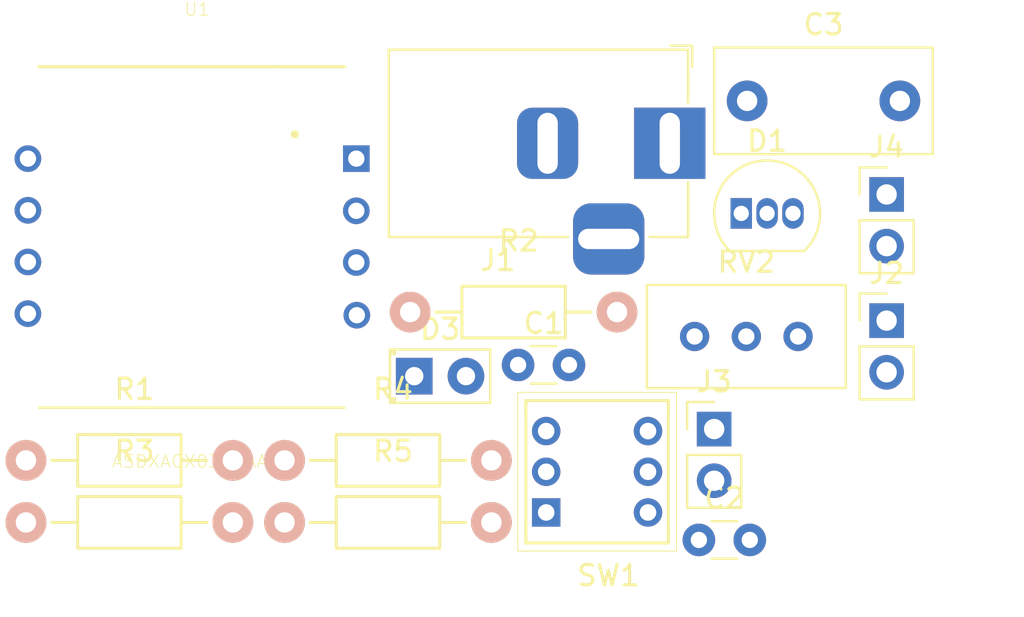
<source format=kicad_pcb>
(kicad_pcb (version 20171130) (host pcbnew 5.0.2-bee76a0~70~ubuntu16.04.1)

  (general
    (thickness 1.6)
    (drawings 0)
    (tracks 0)
    (zones 0)
    (modules 17)
    (nets 18)
  )

  (page A4)
  (layers
    (0 F.Cu signal)
    (31 B.Cu signal)
    (32 B.Adhes user)
    (33 F.Adhes user)
    (34 B.Paste user)
    (35 F.Paste user)
    (36 B.SilkS user)
    (37 F.SilkS user)
    (38 B.Mask user)
    (39 F.Mask user)
    (40 Dwgs.User user)
    (41 Cmts.User user)
    (42 Eco1.User user)
    (43 Eco2.User user)
    (44 Edge.Cuts user)
    (45 Margin user)
    (46 B.CrtYd user)
    (47 F.CrtYd user)
    (48 B.Fab user)
    (49 F.Fab user)
  )

  (setup
    (last_trace_width 0.25)
    (trace_clearance 0.2)
    (zone_clearance 0.508)
    (zone_45_only no)
    (trace_min 0.2)
    (segment_width 0.2)
    (edge_width 0.15)
    (via_size 0.8)
    (via_drill 0.4)
    (via_min_size 0.4)
    (via_min_drill 0.3)
    (uvia_size 0.3)
    (uvia_drill 0.1)
    (uvias_allowed no)
    (uvia_min_size 0.2)
    (uvia_min_drill 0.1)
    (pcb_text_width 0.3)
    (pcb_text_size 1.5 1.5)
    (mod_edge_width 0.15)
    (mod_text_size 1 1)
    (mod_text_width 0.15)
    (pad_size 1.524 1.524)
    (pad_drill 0.762)
    (pad_to_mask_clearance 0.051)
    (solder_mask_min_width 0.25)
    (aux_axis_origin 0 0)
    (visible_elements FFFFFF7F)
    (pcbplotparams
      (layerselection 0x010fc_ffffffff)
      (usegerberextensions false)
      (usegerberattributes false)
      (usegerberadvancedattributes false)
      (creategerberjobfile false)
      (excludeedgelayer true)
      (linewidth 0.100000)
      (plotframeref false)
      (viasonmask false)
      (mode 1)
      (useauxorigin false)
      (hpglpennumber 1)
      (hpglpenspeed 20)
      (hpglpendiameter 15.000000)
      (psnegative false)
      (psa4output false)
      (plotreference true)
      (plotvalue true)
      (plotinvisibletext false)
      (padsonsilk false)
      (subtractmaskfromsilk false)
      (outputformat 1)
      (mirror false)
      (drillshape 1)
      (scaleselection 1)
      (outputdirectory ""))
  )

  (net 0 "")
  (net 1 GND)
  (net 2 VCC)
  (net 3 "Net-(C3-Pad1)")
  (net 4 "Net-(D1-Pad1)")
  (net 5 "Net-(D3-Pad2)")
  (net 6 "Net-(J4-Pad1)")
  (net 7 "Net-(R1-Pad2)")
  (net 8 "Net-(R3-Pad2)")
  (net 9 "Net-(R4-Pad1)")
  (net 10 "Net-(SW1-Pad4)")
  (net 11 "Net-(J1-PadPWR)")
  (net 12 "Net-(SW1-Pad1)")
  (net 13 "Net-(U1-Pad4)")
  (net 14 "Net-(U1-Pad5)")
  (net 15 "Net-(U1-Pad8)")
  (net 16 "Net-(U1-Pad6)")
  (net 17 "Net-(U1-Pad7)")

  (net_class Default "This is the default net class."
    (clearance 0.2)
    (trace_width 0.25)
    (via_dia 0.8)
    (via_drill 0.4)
    (uvia_dia 0.3)
    (uvia_drill 0.1)
    (add_net GND)
    (add_net "Net-(C3-Pad1)")
    (add_net "Net-(D1-Pad1)")
    (add_net "Net-(D3-Pad2)")
    (add_net "Net-(J1-PadPWR)")
    (add_net "Net-(J4-Pad1)")
    (add_net "Net-(R1-Pad2)")
    (add_net "Net-(R3-Pad2)")
    (add_net "Net-(R4-Pad1)")
    (add_net "Net-(SW1-Pad1)")
    (add_net "Net-(SW1-Pad4)")
    (add_net "Net-(U1-Pad4)")
    (add_net "Net-(U1-Pad5)")
    (add_net "Net-(U1-Pad6)")
    (add_net "Net-(U1-Pad7)")
    (add_net "Net-(U1-Pad8)")
    (add_net VCC)
  )

  (module Footprints:C_Disc_D3.0mm_W1.6mm_P2.50mm (layer F.Cu) (tedit 5AE50EF0) (tstamp 5CAC2E93)
    (at 144.952001 115.196001)
    (descr "C, Disc series, Radial, pin pitch=2.50mm, , diameter*width=3.0*1.6mm^2, Capacitor, http://www.vishay.com/docs/45233/krseries.pdf")
    (tags "C Disc series Radial pin pitch 2.50mm  diameter 3.0mm width 1.6mm Capacitor")
    (path /5C9C9D8F)
    (fp_text reference C1 (at 1.25 -2.05) (layer F.SilkS)
      (effects (font (size 1 1) (thickness 0.15)))
    )
    (fp_text value C_Small (at 1.25 2.05) (layer F.Fab)
      (effects (font (size 1 1) (thickness 0.15)))
    )
    (fp_text user %R (at 1.25 0) (layer F.Fab)
      (effects (font (size 0.6 0.6) (thickness 0.09)))
    )
    (fp_line (start 3.55 -1.05) (end -1.05 -1.05) (layer F.CrtYd) (width 0.05))
    (fp_line (start 3.55 1.05) (end 3.55 -1.05) (layer F.CrtYd) (width 0.05))
    (fp_line (start -1.05 1.05) (end 3.55 1.05) (layer F.CrtYd) (width 0.05))
    (fp_line (start -1.05 -1.05) (end -1.05 1.05) (layer F.CrtYd) (width 0.05))
    (fp_line (start 0.621 0.92) (end 1.879 0.92) (layer F.SilkS) (width 0.12))
    (fp_line (start 0.621 -0.92) (end 1.879 -0.92) (layer F.SilkS) (width 0.12))
    (fp_line (start 2.75 -0.8) (end -0.25 -0.8) (layer F.Fab) (width 0.1))
    (fp_line (start 2.75 0.8) (end 2.75 -0.8) (layer F.Fab) (width 0.1))
    (fp_line (start -0.25 0.8) (end 2.75 0.8) (layer F.Fab) (width 0.1))
    (fp_line (start -0.25 -0.8) (end -0.25 0.8) (layer F.Fab) (width 0.1))
    (pad 2 thru_hole circle (at 2.5 0) (size 1.6 1.6) (drill 0.8) (layers *.Cu *.Mask)
      (net 1 GND))
    (pad 1 thru_hole circle (at 0 0) (size 1.6 1.6) (drill 0.8) (layers *.Cu *.Mask)
      (net 2 VCC))
    (model ${KISYS3DMOD}/Capacitor_THT.3dshapes/C_Disc_D3.0mm_W1.6mm_P2.50mm.wrl
      (at (xyz 0 0 0))
      (scale (xyz 1 1 1))
      (rotate (xyz 0 0 0))
    )
  )

  (module Footprints:C_Disc_D3.0mm_W1.6mm_P2.50mm (layer F.Cu) (tedit 5AE50EF0) (tstamp 5CAC2EA4)
    (at 153.832001 123.796001)
    (descr "C, Disc series, Radial, pin pitch=2.50mm, , diameter*width=3.0*1.6mm^2, Capacitor, http://www.vishay.com/docs/45233/krseries.pdf")
    (tags "C Disc series Radial pin pitch 2.50mm  diameter 3.0mm width 1.6mm Capacitor")
    (path /5C9C9E01)
    (fp_text reference C2 (at 1.25 -2.05) (layer F.SilkS)
      (effects (font (size 1 1) (thickness 0.15)))
    )
    (fp_text value C_Small (at 1.25 2.05) (layer F.Fab)
      (effects (font (size 1 1) (thickness 0.15)))
    )
    (fp_line (start -0.25 -0.8) (end -0.25 0.8) (layer F.Fab) (width 0.1))
    (fp_line (start -0.25 0.8) (end 2.75 0.8) (layer F.Fab) (width 0.1))
    (fp_line (start 2.75 0.8) (end 2.75 -0.8) (layer F.Fab) (width 0.1))
    (fp_line (start 2.75 -0.8) (end -0.25 -0.8) (layer F.Fab) (width 0.1))
    (fp_line (start 0.621 -0.92) (end 1.879 -0.92) (layer F.SilkS) (width 0.12))
    (fp_line (start 0.621 0.92) (end 1.879 0.92) (layer F.SilkS) (width 0.12))
    (fp_line (start -1.05 -1.05) (end -1.05 1.05) (layer F.CrtYd) (width 0.05))
    (fp_line (start -1.05 1.05) (end 3.55 1.05) (layer F.CrtYd) (width 0.05))
    (fp_line (start 3.55 1.05) (end 3.55 -1.05) (layer F.CrtYd) (width 0.05))
    (fp_line (start 3.55 -1.05) (end -1.05 -1.05) (layer F.CrtYd) (width 0.05))
    (fp_text user %R (at 1.25 0) (layer F.Fab)
      (effects (font (size 0.6 0.6) (thickness 0.09)))
    )
    (pad 1 thru_hole circle (at 0 0) (size 1.6 1.6) (drill 0.8) (layers *.Cu *.Mask)
      (net 2 VCC))
    (pad 2 thru_hole circle (at 2.5 0) (size 1.6 1.6) (drill 0.8) (layers *.Cu *.Mask)
      (net 1 GND))
    (model ${KISYS3DMOD}/Capacitor_THT.3dshapes/C_Disc_D3.0mm_W1.6mm_P2.50mm.wrl
      (at (xyz 0 0 0))
      (scale (xyz 1 1 1))
      (rotate (xyz 0 0 0))
    )
  )

  (module Footprints:C_Disc_D10.5mm_W5.0mm_P7.50mm (layer F.Cu) (tedit 5AE50EF0) (tstamp 5CAC2EB7)
    (at 156.202001 102.216001)
    (descr "C, Disc series, Radial, pin pitch=7.50mm, , diameter*width=10.5*5.0mm^2, Capacitor, http://www.vishay.com/docs/28535/vy2series.pdf")
    (tags "C Disc series Radial pin pitch 7.50mm  diameter 10.5mm width 5.0mm Capacitor")
    (path /5CA975BC)
    (fp_text reference C3 (at 3.75 -3.75) (layer F.SilkS)
      (effects (font (size 1 1) (thickness 0.15)))
    )
    (fp_text value 470u (at 3.75 3.75) (layer F.Fab)
      (effects (font (size 1 1) (thickness 0.15)))
    )
    (fp_line (start -1.5 -2.5) (end -1.5 2.5) (layer F.Fab) (width 0.1))
    (fp_line (start -1.5 2.5) (end 9 2.5) (layer F.Fab) (width 0.1))
    (fp_line (start 9 2.5) (end 9 -2.5) (layer F.Fab) (width 0.1))
    (fp_line (start 9 -2.5) (end -1.5 -2.5) (layer F.Fab) (width 0.1))
    (fp_line (start -1.62 -2.62) (end 9.12 -2.62) (layer F.SilkS) (width 0.12))
    (fp_line (start -1.62 2.62) (end 9.12 2.62) (layer F.SilkS) (width 0.12))
    (fp_line (start -1.62 -2.62) (end -1.62 2.62) (layer F.SilkS) (width 0.12))
    (fp_line (start 9.12 -2.62) (end 9.12 2.62) (layer F.SilkS) (width 0.12))
    (fp_line (start -1.75 -2.75) (end -1.75 2.75) (layer F.CrtYd) (width 0.05))
    (fp_line (start -1.75 2.75) (end 9.25 2.75) (layer F.CrtYd) (width 0.05))
    (fp_line (start 9.25 2.75) (end 9.25 -2.75) (layer F.CrtYd) (width 0.05))
    (fp_line (start 9.25 -2.75) (end -1.75 -2.75) (layer F.CrtYd) (width 0.05))
    (fp_text user %R (at 3.75 0) (layer F.Fab)
      (effects (font (size 1 1) (thickness 0.15)))
    )
    (pad 1 thru_hole circle (at 0 0) (size 2 2) (drill 1) (layers *.Cu *.Mask)
      (net 3 "Net-(C3-Pad1)"))
    (pad 2 thru_hole circle (at 7.5 0) (size 2 2) (drill 1) (layers *.Cu *.Mask)
      (net 1 GND))
    (model ${KISYS3DMOD}/Capacitor_THT.3dshapes/C_Disc_D10.5mm_W5.0mm_P7.50mm.wrl
      (at (xyz 0 0 0))
      (scale (xyz 1 1 1))
      (rotate (xyz 0 0 0))
    )
  )

  (module Footprints:TO-92_Inline (layer F.Cu) (tedit 5A1DD157) (tstamp 5CAC2EC9)
    (at 155.912001 107.746001)
    (descr "TO-92 leads in-line, narrow, oval pads, drill 0.75mm (see NXP sot054_po.pdf)")
    (tags "to-92 sc-43 sc-43a sot54 PA33 transistor")
    (path /5C9C7E77)
    (fp_text reference D1 (at 1.27 -3.56) (layer F.SilkS)
      (effects (font (size 1 1) (thickness 0.15)))
    )
    (fp_text value TL431LP (at 1.27 2.79) (layer F.Fab)
      (effects (font (size 1 1) (thickness 0.15)))
    )
    (fp_text user %R (at 1.27 -3.56) (layer F.Fab)
      (effects (font (size 1 1) (thickness 0.15)))
    )
    (fp_line (start -0.53 1.85) (end 3.07 1.85) (layer F.SilkS) (width 0.12))
    (fp_line (start -0.5 1.75) (end 3 1.75) (layer F.Fab) (width 0.1))
    (fp_line (start -1.46 -2.73) (end 4 -2.73) (layer F.CrtYd) (width 0.05))
    (fp_line (start -1.46 -2.73) (end -1.46 2.01) (layer F.CrtYd) (width 0.05))
    (fp_line (start 4 2.01) (end 4 -2.73) (layer F.CrtYd) (width 0.05))
    (fp_line (start 4 2.01) (end -1.46 2.01) (layer F.CrtYd) (width 0.05))
    (fp_arc (start 1.27 0) (end 1.27 -2.48) (angle 135) (layer F.Fab) (width 0.1))
    (fp_arc (start 1.27 0) (end 1.27 -2.6) (angle -135) (layer F.SilkS) (width 0.12))
    (fp_arc (start 1.27 0) (end 1.27 -2.48) (angle -135) (layer F.Fab) (width 0.1))
    (fp_arc (start 1.27 0) (end 1.27 -2.6) (angle 135) (layer F.SilkS) (width 0.12))
    (pad 2 thru_hole oval (at 1.27 0) (size 1.05 1.5) (drill 0.75) (layers *.Cu *.Mask)
      (net 1 GND))
    (pad 3 thru_hole oval (at 2.54 0) (size 1.05 1.5) (drill 0.75) (layers *.Cu *.Mask)
      (net 2 VCC))
    (pad 1 thru_hole rect (at 0 0) (size 1.05 1.5) (drill 0.75) (layers *.Cu *.Mask)
      (net 4 "Net-(D1-Pad1)"))
    (model ${KISYS3DMOD}/Package_TO_SOT_THT.3dshapes/TO-92_Inline.wrl
      (at (xyz 0 0 0))
      (scale (xyz 1 1 1))
      (rotate (xyz 0 0 0))
    )
  )

  (module Footprints:LED_D2.0mm_W4.8mm_H2.5mm_FlatTop (layer F.Cu) (tedit 5880A862) (tstamp 5CAC2EE0)
    (at 139.852001 115.746001)
    (descr "LED, Round, FlatTop,  Rectangular size 4.8x2.5mm^2 diameter 2.0mm, 2 pins, http://www.kingbright.com/attachments/file/psearch/000/00/00/L-13GD(Ver.11B).pdf")
    (tags "LED Round FlatTop  Rectangular size 4.8x2.5mm^2 diameter 2.0mm 2 pins")
    (path /5CA921F0)
    (fp_text reference D3 (at 1.27 -2.31) (layer F.SilkS)
      (effects (font (size 1 1) (thickness 0.15)))
    )
    (fp_text value LED_Small (at 1.27 2.31) (layer F.Fab)
      (effects (font (size 1 1) (thickness 0.15)))
    )
    (fp_circle (center 1.27 0) (end 2.27 0) (layer F.Fab) (width 0.1))
    (fp_line (start -1.13 -1.25) (end -1.13 1.25) (layer F.Fab) (width 0.1))
    (fp_line (start -1.13 1.25) (end 3.67 1.25) (layer F.Fab) (width 0.1))
    (fp_line (start 3.67 1.25) (end 3.67 -1.25) (layer F.Fab) (width 0.1))
    (fp_line (start 3.67 -1.25) (end -1.13 -1.25) (layer F.Fab) (width 0.1))
    (fp_line (start -1.19 -1.31) (end 3.73 -1.31) (layer F.SilkS) (width 0.12))
    (fp_line (start -1.19 1.31) (end 3.73 1.31) (layer F.SilkS) (width 0.12))
    (fp_line (start -1.19 -1.31) (end -1.19 1.31) (layer F.SilkS) (width 0.12))
    (fp_line (start 3.73 -1.31) (end 3.73 1.31) (layer F.SilkS) (width 0.12))
    (fp_line (start -1.07 -1.31) (end -1.07 -1.08) (layer F.SilkS) (width 0.12))
    (fp_line (start -1.07 1.08) (end -1.07 1.31) (layer F.SilkS) (width 0.12))
    (fp_line (start -0.95 -1.31) (end -0.95 -1.08) (layer F.SilkS) (width 0.12))
    (fp_line (start -0.95 1.08) (end -0.95 1.31) (layer F.SilkS) (width 0.12))
    (fp_line (start -1.45 -1.6) (end -1.45 1.6) (layer F.CrtYd) (width 0.05))
    (fp_line (start -1.45 1.6) (end 4 1.6) (layer F.CrtYd) (width 0.05))
    (fp_line (start 4 1.6) (end 4 -1.6) (layer F.CrtYd) (width 0.05))
    (fp_line (start 4 -1.6) (end -1.45 -1.6) (layer F.CrtYd) (width 0.05))
    (pad 1 thru_hole rect (at 0 0) (size 1.8 1.8) (drill 0.9) (layers *.Cu *.Mask)
      (net 1 GND))
    (pad 2 thru_hole circle (at 2.54 0) (size 1.8 1.8) (drill 0.9) (layers *.Cu *.Mask)
      (net 5 "Net-(D3-Pad2)"))
    (model ${KISYS3DMOD}/LED_THT.3dshapes/LED_D2.0mm_W4.8mm_H2.5mm_FlatTop.wrl
      (at (xyz 0 0 0))
      (scale (xyz 1 1 1))
      (rotate (xyz 0 0 0))
    )
  )

  (module Footprints:BarrelJack_Horizontal (layer F.Cu) (tedit 5A1DBF6A) (tstamp 5CAC2F03)
    (at 152.402001 104.301001)
    (descr "DC Barrel Jack")
    (tags "Power Jack")
    (path /5CA927BA)
    (fp_text reference J1 (at -8.45 5.75) (layer F.SilkS)
      (effects (font (size 1 1) (thickness 0.15)))
    )
    (fp_text value POWER_JACK (at -6.2 -5.5) (layer F.Fab)
      (effects (font (size 1 1) (thickness 0.15)))
    )
    (fp_text user %R (at -3 -2.95) (layer F.Fab)
      (effects (font (size 1 1) (thickness 0.15)))
    )
    (fp_line (start -0.003213 -4.505425) (end 0.8 -3.75) (layer F.Fab) (width 0.1))
    (fp_line (start 1.1 -3.75) (end 1.1 -4.8) (layer F.SilkS) (width 0.12))
    (fp_line (start 0.05 -4.8) (end 1.1 -4.8) (layer F.SilkS) (width 0.12))
    (fp_line (start 1 -4.5) (end 1 -4.75) (layer F.CrtYd) (width 0.05))
    (fp_line (start 1 -4.75) (end -14 -4.75) (layer F.CrtYd) (width 0.05))
    (fp_line (start 1 -4.5) (end 1 -2) (layer F.CrtYd) (width 0.05))
    (fp_line (start 1 -2) (end 2 -2) (layer F.CrtYd) (width 0.05))
    (fp_line (start 2 -2) (end 2 2) (layer F.CrtYd) (width 0.05))
    (fp_line (start 2 2) (end 1 2) (layer F.CrtYd) (width 0.05))
    (fp_line (start 1 2) (end 1 4.75) (layer F.CrtYd) (width 0.05))
    (fp_line (start 1 4.75) (end -1 4.75) (layer F.CrtYd) (width 0.05))
    (fp_line (start -1 4.75) (end -1 6.75) (layer F.CrtYd) (width 0.05))
    (fp_line (start -1 6.75) (end -5 6.75) (layer F.CrtYd) (width 0.05))
    (fp_line (start -5 6.75) (end -5 4.75) (layer F.CrtYd) (width 0.05))
    (fp_line (start -5 4.75) (end -14 4.75) (layer F.CrtYd) (width 0.05))
    (fp_line (start -14 4.75) (end -14 -4.75) (layer F.CrtYd) (width 0.05))
    (fp_line (start -5 4.6) (end -13.8 4.6) (layer F.SilkS) (width 0.12))
    (fp_line (start -13.8 4.6) (end -13.8 -4.6) (layer F.SilkS) (width 0.12))
    (fp_line (start 0.9 1.9) (end 0.9 4.6) (layer F.SilkS) (width 0.12))
    (fp_line (start 0.9 4.6) (end -1 4.6) (layer F.SilkS) (width 0.12))
    (fp_line (start -13.8 -4.6) (end 0.9 -4.6) (layer F.SilkS) (width 0.12))
    (fp_line (start 0.9 -4.6) (end 0.9 -2) (layer F.SilkS) (width 0.12))
    (fp_line (start -10.2 -4.5) (end -10.2 4.5) (layer F.Fab) (width 0.1))
    (fp_line (start -13.7 -4.5) (end -13.7 4.5) (layer F.Fab) (width 0.1))
    (fp_line (start -13.7 4.5) (end 0.8 4.5) (layer F.Fab) (width 0.1))
    (fp_line (start 0.8 4.5) (end 0.8 -3.75) (layer F.Fab) (width 0.1))
    (fp_line (start 0 -4.5) (end -13.7 -4.5) (layer F.Fab) (width 0.1))
    (pad 1 thru_hole rect (at 0 0) (size 3.5 3.5) (drill oval 1 3) (layers *.Cu *.Mask))
    (pad 2 thru_hole roundrect (at -6 0) (size 3 3.5) (drill oval 1 3) (layers *.Cu *.Mask) (roundrect_rratio 0.25))
    (pad 3 thru_hole roundrect (at -3 4.7) (size 3.5 3.5) (drill oval 3 1) (layers *.Cu *.Mask) (roundrect_rratio 0.25))
    (model ${KISYS3DMOD}/Connector_BarrelJack.3dshapes/BarrelJack_Horizontal.wrl
      (at (xyz 0 0 0))
      (scale (xyz 1 1 1))
      (rotate (xyz 0 0 0))
    )
  )

  (module Footprints:PinHeader_1x02_P2.54mm_Vertical (layer F.Cu) (tedit 59FED5CC) (tstamp 5CAC2F19)
    (at 163.052001 113.016001)
    (descr "Through hole straight pin header, 1x02, 2.54mm pitch, single row")
    (tags "Through hole pin header THT 1x02 2.54mm single row")
    (path /5C9CE6EF)
    (fp_text reference J2 (at 0 -2.33) (layer F.SilkS)
      (effects (font (size 1 1) (thickness 0.15)))
    )
    (fp_text value Conn_01x02_Male (at 0 4.87) (layer F.Fab)
      (effects (font (size 1 1) (thickness 0.15)))
    )
    (fp_line (start -0.635 -1.27) (end 1.27 -1.27) (layer F.Fab) (width 0.1))
    (fp_line (start 1.27 -1.27) (end 1.27 3.81) (layer F.Fab) (width 0.1))
    (fp_line (start 1.27 3.81) (end -1.27 3.81) (layer F.Fab) (width 0.1))
    (fp_line (start -1.27 3.81) (end -1.27 -0.635) (layer F.Fab) (width 0.1))
    (fp_line (start -1.27 -0.635) (end -0.635 -1.27) (layer F.Fab) (width 0.1))
    (fp_line (start -1.33 3.87) (end 1.33 3.87) (layer F.SilkS) (width 0.12))
    (fp_line (start -1.33 1.27) (end -1.33 3.87) (layer F.SilkS) (width 0.12))
    (fp_line (start 1.33 1.27) (end 1.33 3.87) (layer F.SilkS) (width 0.12))
    (fp_line (start -1.33 1.27) (end 1.33 1.27) (layer F.SilkS) (width 0.12))
    (fp_line (start -1.33 0) (end -1.33 -1.33) (layer F.SilkS) (width 0.12))
    (fp_line (start -1.33 -1.33) (end 0 -1.33) (layer F.SilkS) (width 0.12))
    (fp_line (start -1.8 -1.8) (end -1.8 4.35) (layer F.CrtYd) (width 0.05))
    (fp_line (start -1.8 4.35) (end 1.8 4.35) (layer F.CrtYd) (width 0.05))
    (fp_line (start 1.8 4.35) (end 1.8 -1.8) (layer F.CrtYd) (width 0.05))
    (fp_line (start 1.8 -1.8) (end -1.8 -1.8) (layer F.CrtYd) (width 0.05))
    (fp_text user %R (at 0 1.27 90) (layer F.Fab)
      (effects (font (size 1 1) (thickness 0.15)))
    )
    (pad 1 thru_hole rect (at 0 0) (size 1.7 1.7) (drill 1) (layers *.Cu *.Mask)
      (net 3 "Net-(C3-Pad1)"))
    (pad 2 thru_hole oval (at 0 2.54) (size 1.7 1.7) (drill 1) (layers *.Cu *.Mask)
      (net 1 GND))
    (model ${KISYS3DMOD}/Connector_PinHeader_2.54mm.3dshapes/PinHeader_1x02_P2.54mm_Vertical.wrl
      (at (xyz 0 0 0))
      (scale (xyz 1 1 1))
      (rotate (xyz 0 0 0))
    )
  )

  (module Footprints:PinHeader_1x02_P2.54mm_Vertical (layer F.Cu) (tedit 59FED5CC) (tstamp 5CAC2F2F)
    (at 154.582001 118.346001)
    (descr "Through hole straight pin header, 1x02, 2.54mm pitch, single row")
    (tags "Through hole pin header THT 1x02 2.54mm single row")
    (path /5CAA8B94)
    (fp_text reference J3 (at 0 -2.33) (layer F.SilkS)
      (effects (font (size 1 1) (thickness 0.15)))
    )
    (fp_text value Conn_01x02_Male (at 0 4.87) (layer F.Fab)
      (effects (font (size 1 1) (thickness 0.15)))
    )
    (fp_text user %R (at 0 1.27 90) (layer F.Fab)
      (effects (font (size 1 1) (thickness 0.15)))
    )
    (fp_line (start 1.8 -1.8) (end -1.8 -1.8) (layer F.CrtYd) (width 0.05))
    (fp_line (start 1.8 4.35) (end 1.8 -1.8) (layer F.CrtYd) (width 0.05))
    (fp_line (start -1.8 4.35) (end 1.8 4.35) (layer F.CrtYd) (width 0.05))
    (fp_line (start -1.8 -1.8) (end -1.8 4.35) (layer F.CrtYd) (width 0.05))
    (fp_line (start -1.33 -1.33) (end 0 -1.33) (layer F.SilkS) (width 0.12))
    (fp_line (start -1.33 0) (end -1.33 -1.33) (layer F.SilkS) (width 0.12))
    (fp_line (start -1.33 1.27) (end 1.33 1.27) (layer F.SilkS) (width 0.12))
    (fp_line (start 1.33 1.27) (end 1.33 3.87) (layer F.SilkS) (width 0.12))
    (fp_line (start -1.33 1.27) (end -1.33 3.87) (layer F.SilkS) (width 0.12))
    (fp_line (start -1.33 3.87) (end 1.33 3.87) (layer F.SilkS) (width 0.12))
    (fp_line (start -1.27 -0.635) (end -0.635 -1.27) (layer F.Fab) (width 0.1))
    (fp_line (start -1.27 3.81) (end -1.27 -0.635) (layer F.Fab) (width 0.1))
    (fp_line (start 1.27 3.81) (end -1.27 3.81) (layer F.Fab) (width 0.1))
    (fp_line (start 1.27 -1.27) (end 1.27 3.81) (layer F.Fab) (width 0.1))
    (fp_line (start -0.635 -1.27) (end 1.27 -1.27) (layer F.Fab) (width 0.1))
    (pad 2 thru_hole oval (at 0 2.54) (size 1.7 1.7) (drill 1) (layers *.Cu *.Mask)
      (net 1 GND))
    (pad 1 thru_hole rect (at 0 0) (size 1.7 1.7) (drill 1) (layers *.Cu *.Mask)
      (net 2 VCC))
    (model ${KISYS3DMOD}/Connector_PinHeader_2.54mm.3dshapes/PinHeader_1x02_P2.54mm_Vertical.wrl
      (at (xyz 0 0 0))
      (scale (xyz 1 1 1))
      (rotate (xyz 0 0 0))
    )
  )

  (module Footprints:PinHeader_1x02_P2.54mm_Vertical (layer F.Cu) (tedit 59FED5CC) (tstamp 5CAC2F45)
    (at 163.052001 106.816001)
    (descr "Through hole straight pin header, 1x02, 2.54mm pitch, single row")
    (tags "Through hole pin header THT 1x02 2.54mm single row")
    (path /5CAC3E58)
    (fp_text reference J4 (at 0 -2.33) (layer F.SilkS)
      (effects (font (size 1 1) (thickness 0.15)))
    )
    (fp_text value Conn_01x02_Male (at 0 4.87) (layer F.Fab)
      (effects (font (size 1 1) (thickness 0.15)))
    )
    (fp_line (start -0.635 -1.27) (end 1.27 -1.27) (layer F.Fab) (width 0.1))
    (fp_line (start 1.27 -1.27) (end 1.27 3.81) (layer F.Fab) (width 0.1))
    (fp_line (start 1.27 3.81) (end -1.27 3.81) (layer F.Fab) (width 0.1))
    (fp_line (start -1.27 3.81) (end -1.27 -0.635) (layer F.Fab) (width 0.1))
    (fp_line (start -1.27 -0.635) (end -0.635 -1.27) (layer F.Fab) (width 0.1))
    (fp_line (start -1.33 3.87) (end 1.33 3.87) (layer F.SilkS) (width 0.12))
    (fp_line (start -1.33 1.27) (end -1.33 3.87) (layer F.SilkS) (width 0.12))
    (fp_line (start 1.33 1.27) (end 1.33 3.87) (layer F.SilkS) (width 0.12))
    (fp_line (start -1.33 1.27) (end 1.33 1.27) (layer F.SilkS) (width 0.12))
    (fp_line (start -1.33 0) (end -1.33 -1.33) (layer F.SilkS) (width 0.12))
    (fp_line (start -1.33 -1.33) (end 0 -1.33) (layer F.SilkS) (width 0.12))
    (fp_line (start -1.8 -1.8) (end -1.8 4.35) (layer F.CrtYd) (width 0.05))
    (fp_line (start -1.8 4.35) (end 1.8 4.35) (layer F.CrtYd) (width 0.05))
    (fp_line (start 1.8 4.35) (end 1.8 -1.8) (layer F.CrtYd) (width 0.05))
    (fp_line (start 1.8 -1.8) (end -1.8 -1.8) (layer F.CrtYd) (width 0.05))
    (fp_text user %R (at 0 1.27 90) (layer F.Fab)
      (effects (font (size 1 1) (thickness 0.15)))
    )
    (pad 1 thru_hole rect (at 0 0) (size 1.7 1.7) (drill 1) (layers *.Cu *.Mask)
      (net 6 "Net-(J4-Pad1)"))
    (pad 2 thru_hole oval (at 0 2.54) (size 1.7 1.7) (drill 1) (layers *.Cu *.Mask)
      (net 1 GND))
    (model ${KISYS3DMOD}/Connector_PinHeader_2.54mm.3dshapes/PinHeader_1x02_P2.54mm_Vertical.wrl
      (at (xyz 0 0 0))
      (scale (xyz 1 1 1))
      (rotate (xyz 0 0 0))
    )
  )

  (module Footprints:Resistor_Horizontal_RM10mm (layer F.Cu) (tedit 56648415) (tstamp 5CAC2F55)
    (at 120.782001 119.886001)
    (descr "Resistor, Axial,  RM 10mm, 1/3W")
    (tags "Resistor Axial RM 10mm 1/3W")
    (path /5C9C8396)
    (fp_text reference R1 (at 5.32892 -3.50012) (layer F.SilkS)
      (effects (font (size 1 1) (thickness 0.15)))
    )
    (fp_text value 330 (at 5.08 3.81) (layer F.Fab)
      (effects (font (size 1 1) (thickness 0.15)))
    )
    (fp_line (start -1.25 -1.5) (end 11.4 -1.5) (layer F.CrtYd) (width 0.05))
    (fp_line (start -1.25 1.5) (end -1.25 -1.5) (layer F.CrtYd) (width 0.05))
    (fp_line (start 11.4 -1.5) (end 11.4 1.5) (layer F.CrtYd) (width 0.05))
    (fp_line (start -1.25 1.5) (end 11.4 1.5) (layer F.CrtYd) (width 0.05))
    (fp_line (start 2.54 -1.27) (end 7.62 -1.27) (layer F.SilkS) (width 0.15))
    (fp_line (start 7.62 -1.27) (end 7.62 1.27) (layer F.SilkS) (width 0.15))
    (fp_line (start 7.62 1.27) (end 2.54 1.27) (layer F.SilkS) (width 0.15))
    (fp_line (start 2.54 1.27) (end 2.54 -1.27) (layer F.SilkS) (width 0.15))
    (fp_line (start 2.54 0) (end 1.27 0) (layer F.SilkS) (width 0.15))
    (fp_line (start 7.62 0) (end 8.89 0) (layer F.SilkS) (width 0.15))
    (pad 1 thru_hole circle (at 0 0) (size 1.99898 1.99898) (drill 1.00076) (layers *.Cu *.SilkS *.Mask)
      (net 2 VCC))
    (pad 2 thru_hole circle (at 10.16 0) (size 1.99898 1.99898) (drill 1.00076) (layers *.Cu *.SilkS *.Mask)
      (net 7 "Net-(R1-Pad2)"))
    (model Resistors_ThroughHole.3dshapes/Resistor_Horizontal_RM10mm.wrl
      (offset (xyz 5.079999923706055 0 0))
      (scale (xyz 0.4 0.4 0.4))
      (rotate (xyz 0 0 0))
    )
  )

  (module Footprints:Resistor_Horizontal_RM10mm (layer F.Cu) (tedit 56648415) (tstamp 5CAC2F65)
    (at 139.652001 112.596001)
    (descr "Resistor, Axial,  RM 10mm, 1/3W")
    (tags "Resistor Axial RM 10mm 1/3W")
    (path /5CA9BFB7)
    (fp_text reference R2 (at 5.32892 -3.50012) (layer F.SilkS)
      (effects (font (size 1 1) (thickness 0.15)))
    )
    (fp_text value 10K (at 5.08 3.81) (layer F.Fab)
      (effects (font (size 1 1) (thickness 0.15)))
    )
    (fp_line (start 7.62 0) (end 8.89 0) (layer F.SilkS) (width 0.15))
    (fp_line (start 2.54 0) (end 1.27 0) (layer F.SilkS) (width 0.15))
    (fp_line (start 2.54 1.27) (end 2.54 -1.27) (layer F.SilkS) (width 0.15))
    (fp_line (start 7.62 1.27) (end 2.54 1.27) (layer F.SilkS) (width 0.15))
    (fp_line (start 7.62 -1.27) (end 7.62 1.27) (layer F.SilkS) (width 0.15))
    (fp_line (start 2.54 -1.27) (end 7.62 -1.27) (layer F.SilkS) (width 0.15))
    (fp_line (start -1.25 1.5) (end 11.4 1.5) (layer F.CrtYd) (width 0.05))
    (fp_line (start 11.4 -1.5) (end 11.4 1.5) (layer F.CrtYd) (width 0.05))
    (fp_line (start -1.25 1.5) (end -1.25 -1.5) (layer F.CrtYd) (width 0.05))
    (fp_line (start -1.25 -1.5) (end 11.4 -1.5) (layer F.CrtYd) (width 0.05))
    (pad 2 thru_hole circle (at 10.16 0) (size 1.99898 1.99898) (drill 1.00076) (layers *.Cu *.SilkS *.Mask)
      (net 6 "Net-(J4-Pad1)"))
    (pad 1 thru_hole circle (at 0 0) (size 1.99898 1.99898) (drill 1.00076) (layers *.Cu *.SilkS *.Mask)
      (net 3 "Net-(C3-Pad1)"))
    (model Resistors_ThroughHole.3dshapes/Resistor_Horizontal_RM10mm.wrl
      (offset (xyz 5.079999923706055 0 0))
      (scale (xyz 0.4 0.4 0.4))
      (rotate (xyz 0 0 0))
    )
  )

  (module Footprints:Resistor_Horizontal_RM10mm (layer F.Cu) (tedit 56648415) (tstamp 5CAC2F75)
    (at 120.782001 122.936001)
    (descr "Resistor, Axial,  RM 10mm, 1/3W")
    (tags "Resistor Axial RM 10mm 1/3W")
    (path /5CA92265)
    (fp_text reference R3 (at 5.32892 -3.50012) (layer F.SilkS)
      (effects (font (size 1 1) (thickness 0.15)))
    )
    (fp_text value 560 (at 5.08 3.81) (layer F.Fab)
      (effects (font (size 1 1) (thickness 0.15)))
    )
    (fp_line (start -1.25 -1.5) (end 11.4 -1.5) (layer F.CrtYd) (width 0.05))
    (fp_line (start -1.25 1.5) (end -1.25 -1.5) (layer F.CrtYd) (width 0.05))
    (fp_line (start 11.4 -1.5) (end 11.4 1.5) (layer F.CrtYd) (width 0.05))
    (fp_line (start -1.25 1.5) (end 11.4 1.5) (layer F.CrtYd) (width 0.05))
    (fp_line (start 2.54 -1.27) (end 7.62 -1.27) (layer F.SilkS) (width 0.15))
    (fp_line (start 7.62 -1.27) (end 7.62 1.27) (layer F.SilkS) (width 0.15))
    (fp_line (start 7.62 1.27) (end 2.54 1.27) (layer F.SilkS) (width 0.15))
    (fp_line (start 2.54 1.27) (end 2.54 -1.27) (layer F.SilkS) (width 0.15))
    (fp_line (start 2.54 0) (end 1.27 0) (layer F.SilkS) (width 0.15))
    (fp_line (start 7.62 0) (end 8.89 0) (layer F.SilkS) (width 0.15))
    (pad 1 thru_hole circle (at 0 0) (size 1.99898 1.99898) (drill 1.00076) (layers *.Cu *.SilkS *.Mask)
      (net 5 "Net-(D3-Pad2)"))
    (pad 2 thru_hole circle (at 10.16 0) (size 1.99898 1.99898) (drill 1.00076) (layers *.Cu *.SilkS *.Mask)
      (net 8 "Net-(R3-Pad2)"))
    (model Resistors_ThroughHole.3dshapes/Resistor_Horizontal_RM10mm.wrl
      (offset (xyz 5.079999923706055 0 0))
      (scale (xyz 0.4 0.4 0.4))
      (rotate (xyz 0 0 0))
    )
  )

  (module Footprints:Resistor_Horizontal_RM10mm (layer F.Cu) (tedit 56648415) (tstamp 5CAC2F85)
    (at 133.482001 119.886001)
    (descr "Resistor, Axial,  RM 10mm, 1/3W")
    (tags "Resistor Axial RM 10mm 1/3W")
    (path /5CA9B431)
    (fp_text reference R4 (at 5.32892 -3.50012) (layer F.SilkS)
      (effects (font (size 1 1) (thickness 0.15)))
    )
    (fp_text value 10K (at 5.08 3.81) (layer F.Fab)
      (effects (font (size 1 1) (thickness 0.15)))
    )
    (fp_line (start -1.25 -1.5) (end 11.4 -1.5) (layer F.CrtYd) (width 0.05))
    (fp_line (start -1.25 1.5) (end -1.25 -1.5) (layer F.CrtYd) (width 0.05))
    (fp_line (start 11.4 -1.5) (end 11.4 1.5) (layer F.CrtYd) (width 0.05))
    (fp_line (start -1.25 1.5) (end 11.4 1.5) (layer F.CrtYd) (width 0.05))
    (fp_line (start 2.54 -1.27) (end 7.62 -1.27) (layer F.SilkS) (width 0.15))
    (fp_line (start 7.62 -1.27) (end 7.62 1.27) (layer F.SilkS) (width 0.15))
    (fp_line (start 7.62 1.27) (end 2.54 1.27) (layer F.SilkS) (width 0.15))
    (fp_line (start 2.54 1.27) (end 2.54 -1.27) (layer F.SilkS) (width 0.15))
    (fp_line (start 2.54 0) (end 1.27 0) (layer F.SilkS) (width 0.15))
    (fp_line (start 7.62 0) (end 8.89 0) (layer F.SilkS) (width 0.15))
    (pad 1 thru_hole circle (at 0 0) (size 1.99898 1.99898) (drill 1.00076) (layers *.Cu *.SilkS *.Mask)
      (net 9 "Net-(R4-Pad1)"))
    (pad 2 thru_hole circle (at 10.16 0) (size 1.99898 1.99898) (drill 1.00076) (layers *.Cu *.SilkS *.Mask)
      (net 3 "Net-(C3-Pad1)"))
    (model Resistors_ThroughHole.3dshapes/Resistor_Horizontal_RM10mm.wrl
      (offset (xyz 5.079999923706055 0 0))
      (scale (xyz 0.4 0.4 0.4))
      (rotate (xyz 0 0 0))
    )
  )

  (module Footprints:Resistor_Horizontal_RM10mm (layer F.Cu) (tedit 56648415) (tstamp 5CAC2F95)
    (at 133.482001 122.936001)
    (descr "Resistor, Axial,  RM 10mm, 1/3W")
    (tags "Resistor Axial RM 10mm 1/3W")
    (path /5CA9C140)
    (fp_text reference R5 (at 5.32892 -3.50012) (layer F.SilkS)
      (effects (font (size 1 1) (thickness 0.15)))
    )
    (fp_text value 10K (at 5.08 3.81) (layer F.Fab)
      (effects (font (size 1 1) (thickness 0.15)))
    )
    (fp_line (start 7.62 0) (end 8.89 0) (layer F.SilkS) (width 0.15))
    (fp_line (start 2.54 0) (end 1.27 0) (layer F.SilkS) (width 0.15))
    (fp_line (start 2.54 1.27) (end 2.54 -1.27) (layer F.SilkS) (width 0.15))
    (fp_line (start 7.62 1.27) (end 2.54 1.27) (layer F.SilkS) (width 0.15))
    (fp_line (start 7.62 -1.27) (end 7.62 1.27) (layer F.SilkS) (width 0.15))
    (fp_line (start 2.54 -1.27) (end 7.62 -1.27) (layer F.SilkS) (width 0.15))
    (fp_line (start -1.25 1.5) (end 11.4 1.5) (layer F.CrtYd) (width 0.05))
    (fp_line (start 11.4 -1.5) (end 11.4 1.5) (layer F.CrtYd) (width 0.05))
    (fp_line (start -1.25 1.5) (end -1.25 -1.5) (layer F.CrtYd) (width 0.05))
    (fp_line (start -1.25 -1.5) (end 11.4 -1.5) (layer F.CrtYd) (width 0.05))
    (pad 2 thru_hole circle (at 10.16 0) (size 1.99898 1.99898) (drill 1.00076) (layers *.Cu *.SilkS *.Mask)
      (net 9 "Net-(R4-Pad1)"))
    (pad 1 thru_hole circle (at 0 0) (size 1.99898 1.99898) (drill 1.00076) (layers *.Cu *.SilkS *.Mask)
      (net 1 GND))
    (model Resistors_ThroughHole.3dshapes/Resistor_Horizontal_RM10mm.wrl
      (offset (xyz 5.079999923706055 0 0))
      (scale (xyz 0.4 0.4 0.4))
      (rotate (xyz 0 0 0))
    )
  )

  (module Footprints:Potentiometer_Bourns_3296W_Vertical (layer F.Cu) (tedit 5A3D4994) (tstamp 5CAC2FAC)
    (at 158.702001 113.796001)
    (descr "Potentiometer, vertical, Bourns 3296W, https://www.bourns.com/pdfs/3296.pdf")
    (tags "Potentiometer vertical Bourns 3296W")
    (path /5C9C8599)
    (fp_text reference RV2 (at -2.54 -3.66) (layer F.SilkS)
      (effects (font (size 1 1) (thickness 0.15)))
    )
    (fp_text value 10K (at -2.54 3.67) (layer F.Fab)
      (effects (font (size 1 1) (thickness 0.15)))
    )
    (fp_circle (center 0.955 1.15) (end 2.05 1.15) (layer F.Fab) (width 0.1))
    (fp_line (start -7.305 -2.41) (end -7.305 2.42) (layer F.Fab) (width 0.1))
    (fp_line (start -7.305 2.42) (end 2.225 2.42) (layer F.Fab) (width 0.1))
    (fp_line (start 2.225 2.42) (end 2.225 -2.41) (layer F.Fab) (width 0.1))
    (fp_line (start 2.225 -2.41) (end -7.305 -2.41) (layer F.Fab) (width 0.1))
    (fp_line (start 0.955 2.235) (end 0.956 0.066) (layer F.Fab) (width 0.1))
    (fp_line (start 0.955 2.235) (end 0.956 0.066) (layer F.Fab) (width 0.1))
    (fp_line (start -7.425 -2.53) (end 2.345 -2.53) (layer F.SilkS) (width 0.12))
    (fp_line (start -7.425 2.54) (end 2.345 2.54) (layer F.SilkS) (width 0.12))
    (fp_line (start -7.425 -2.53) (end -7.425 2.54) (layer F.SilkS) (width 0.12))
    (fp_line (start 2.345 -2.53) (end 2.345 2.54) (layer F.SilkS) (width 0.12))
    (fp_line (start -7.6 -2.7) (end -7.6 2.7) (layer F.CrtYd) (width 0.05))
    (fp_line (start -7.6 2.7) (end 2.5 2.7) (layer F.CrtYd) (width 0.05))
    (fp_line (start 2.5 2.7) (end 2.5 -2.7) (layer F.CrtYd) (width 0.05))
    (fp_line (start 2.5 -2.7) (end -7.6 -2.7) (layer F.CrtYd) (width 0.05))
    (fp_text user %R (at -3.175 0.005) (layer F.Fab)
      (effects (font (size 1 1) (thickness 0.15)))
    )
    (pad 1 thru_hole circle (at 0 0) (size 1.44 1.44) (drill 0.8) (layers *.Cu *.Mask)
      (net 2 VCC))
    (pad 2 thru_hole circle (at -2.54 0) (size 1.44 1.44) (drill 0.8) (layers *.Cu *.Mask)
      (net 4 "Net-(D1-Pad1)"))
    (pad 3 thru_hole circle (at -5.08 0) (size 1.44 1.44) (drill 0.8) (layers *.Cu *.Mask)
      (net 1 GND))
    (model ${KISYS3DMOD}/Potentiometer_THT.3dshapes/Potentiometer_Bourns_3296W_Vertical.wrl
      (at (xyz 0 0 0))
      (scale (xyz 1 1 1))
      (rotate (xyz 0 0 0))
    )
  )

  (module Footprints:TL2230 (layer F.Cu) (tedit 591F3B6B) (tstamp 5CAC2FC7)
    (at 146.832001 123.946001)
    (descr "DPDT Latching Mini Push Button Switch 7mmx7mm")
    (tags "SWITCH DEV TL2230EE TL2230OA TL2230")
    (path /5CA7F2AF)
    (fp_text reference SW1 (at 2.55 1.6) (layer F.SilkS)
      (effects (font (size 1 1) (thickness 0.15)))
    )
    (fp_text value TL2230OA (at 2 -8.5) (layer F.Fab)
      (effects (font (size 1 1) (thickness 0.15)))
    )
    (fp_line (start 5.9 -6.9) (end 5.9 -7.4) (layer F.SilkS) (width 0.05))
    (fp_line (start 5.9 -7.4) (end -1.9 -7.4) (layer F.SilkS) (width 0.05))
    (fp_line (start -1.9 -7.4) (end -1.9 -6.85) (layer F.SilkS) (width 0.05))
    (fp_line (start -1.9 0.4) (end 5.9 0.4) (layer F.SilkS) (width 0.05))
    (fp_line (start 5.9 0.4) (end 5.9 -0.2) (layer F.SilkS) (width 0.05))
    (fp_line (start -1.9 -0.2) (end -1.9 0.4) (layer F.SilkS) (width 0.05))
    (fp_line (start 5.5 -6.45) (end 5.5 -7) (layer F.SilkS) (width 0.15))
    (fp_line (start -1.5 0) (end -1.5 -1) (layer F.SilkS) (width 0.15))
    (fp_line (start 5.5 -7) (end -1.5 -7) (layer F.SilkS) (width 0.15))
    (fp_line (start -1.5 -7) (end -1.5 -6.25) (layer F.SilkS) (width 0.15))
    (fp_line (start -1.5 0) (end 5.5 0) (layer F.SilkS) (width 0.15))
    (fp_line (start 5.5 0) (end 5.5 -0.75) (layer F.SilkS) (width 0.15))
    (fp_line (start 5.9 -0.9) (end 5.9 -6.9) (layer F.SilkS) (width 0.05))
    (fp_line (start -1.9 -6.9) (end -1.9 -0.1) (layer F.SilkS) (width 0.05))
    (fp_line (start -1.5 -0.5) (end -1.5 -6.5) (layer F.SilkS) (width 0.15))
    (fp_line (start 5.9 -0.9) (end 5.9 -0.1) (layer F.SilkS) (width 0.05))
    (fp_line (start 5.5 -0.5) (end 5.5 -6.5) (layer F.SilkS) (width 0.15))
    (pad 4 thru_hole circle (at 4.5 -1.5) (size 1.397 1.397) (drill 0.8128) (layers *.Cu *.Mask)
      (net 10 "Net-(SW1-Pad4)"))
    (pad 5 thru_hole circle (at 4.5 -3.5 90) (size 1.397 1.397) (drill 0.8128) (layers *.Cu *.Mask)
      (net 11 "Net-(J1-PadPWR)"))
    (pad 6 thru_hole circle (at 4.5 -5.5 90) (size 1.397 1.397) (drill 0.8128) (layers *.Cu *.Mask)
      (net 8 "Net-(R3-Pad2)"))
    (pad 3 thru_hole circle (at -0.5 -5.5 90) (size 1.397 1.397) (drill 0.8128) (layers *.Cu *.Mask)
      (net 7 "Net-(R1-Pad2)"))
    (pad 2 thru_hole circle (at -0.5 -3.5 90) (size 1.397 1.397) (drill 0.8128) (layers *.Cu *.Mask)
      (net 11 "Net-(J1-PadPWR)"))
    (pad 1 thru_hole rect (at -0.5 -1.5) (size 1.397 1.397) (drill 0.8128) (layers *.Cu *.Mask)
      (net 12 "Net-(SW1-Pad1)"))
    (model ${MYLIB3DMOD}/e-switch.3dshapes/TL2230EE.wrl
      (offset (xyz -1.396999979019165 0.07619999885559083 0))
      (scale (xyz 0.393701 0.393701 0.393701))
      (rotate (xyz 0 0 0))
    )
  )

  (module Footprints:ASDXACX030PAAA5 (layer F.Cu) (tedit 5CAC2B13) (tstamp 5CAC2FDE)
    (at 129.209401 108.533801)
    (path /5C9C80E7)
    (fp_text reference U1 (at -0.0254 -10.8204) (layer F.SilkS)
      (effects (font (size 0.629921 0.629921) (thickness 0.05)))
    )
    (fp_text value ASDXACX030PAAA5 (at 0.1778 11.4046) (layer F.SilkS)
      (effects (font (size 0.629921 0.629921) (thickness 0.05)))
    )
    (fp_line (start -7.7978 -8.001) (end 3.9116 -8.001) (layer F.SilkS) (width 0.15))
    (fp_circle (center 4.7752 -4.6736) (end 4.8752 -4.6736) (layer F.SilkS) (width 0.2))
    (fp_circle (center 6.1214 -4.1656) (end 6.50727 -4.1656) (layer Eco2.User) (width 0.127))
    (fp_line (start 7.2136 8.763) (end -7.7978 8.763) (layer F.SilkS) (width 0.127))
    (fp_line (start 7.2136 -7.9756) (end 7.2136 8.7376) (layer Eco2.User) (width 0.127))
    (fp_line (start -7.7978 8.763) (end -7.7978 -8.001) (layer Eco2.User) (width 0.127))
    (fp_line (start -9.6774 -9.0678) (end -9.6774 9.8044) (layer Eco1.User) (width 0.05))
    (fp_line (start 9.1186 -9.0678) (end -9.6774 -9.0678) (layer Eco1.User) (width 0.05))
    (fp_line (start 9.144 9.8044) (end 9.1186 -9.0678) (layer Eco1.User) (width 0.05))
    (fp_line (start -9.652 9.8044) (end 9.144 9.8044) (layer Eco1.User) (width 0.05))
    (fp_line (start 3.9116 -8.001) (end 7.2136 -8.001) (layer F.SilkS) (width 0.15))
    (pad 2 thru_hole circle (at 7.7978 -0.9144) (size 1.308 1.308) (drill 0.8) (layers *.Cu *.Mask)
      (net 6 "Net-(J4-Pad1)"))
    (pad 3 thru_hole circle (at 7.7978 1.6256) (size 1.308 1.308) (drill 0.8) (layers *.Cu *.Mask)
      (net 1 GND))
    (pad 1 thru_hole rect (at 7.7978 -3.4798) (size 1.308 1.308) (drill 0.8) (layers *.Cu *.Mask)
      (net 2 VCC))
    (pad 4 thru_hole circle (at 7.8232 4.2164) (size 1.308 1.308) (drill 0.8) (layers *.Cu *.Mask)
      (net 13 "Net-(U1-Pad4)"))
    (pad 5 thru_hole oval (at -8.3312 -3.4798) (size 1.308 1.308) (drill 0.8) (layers *.Cu *.Mask)
      (net 14 "Net-(U1-Pad5)"))
    (pad 8 thru_hole circle (at -8.3312 4.1402) (size 1.308 1.308) (drill 0.8) (layers *.Cu *.Mask)
      (net 15 "Net-(U1-Pad8)"))
    (pad 6 thru_hole circle (at -8.3312 -0.9398) (size 1.308 1.308) (drill 0.8) (layers *.Cu *.Mask)
      (net 16 "Net-(U1-Pad6)"))
    (pad 7 thru_hole circle (at -8.3312 1.6002) (size 1.308 1.308) (drill 0.8) (layers *.Cu *.Mask)
      (net 17 "Net-(U1-Pad7)"))
  )

)

</source>
